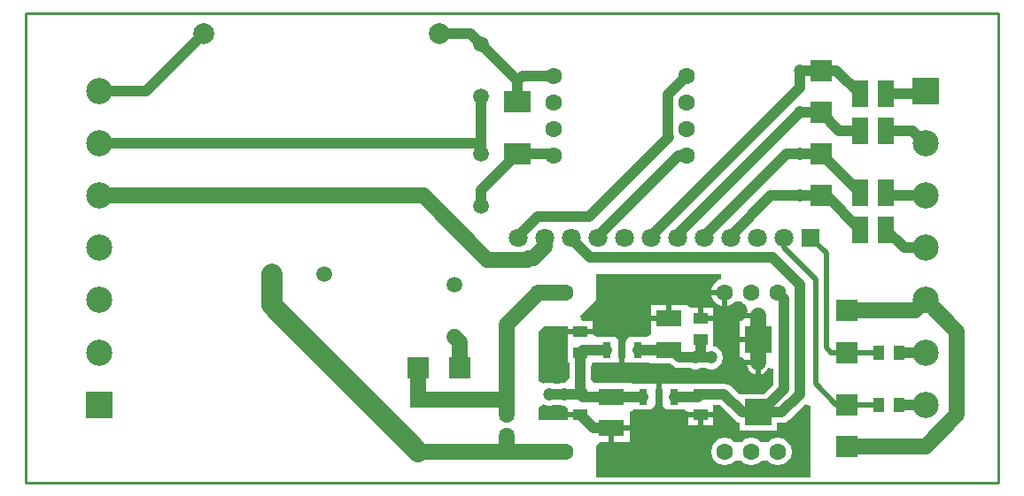
<source format=gbl>
G04 Layer_Physical_Order=2*
G04 Layer_Color=16711680*
%FSLAX42Y42*%
%MOMM*%
G71*
G01*
G75*
%ADD11R,2.00X2.00*%
%ADD13C,2.00*%
%ADD14C,1.00*%
%ADD15C,1.50*%
%ADD16C,0.25*%
%ADD17C,2.00*%
%ADD18C,1.60*%
%ADD19C,1.50*%
%ADD20C,1.80*%
%ADD21R,1.80X1.80*%
%ADD22C,2.50*%
%ADD23R,2.50X2.50*%
%ADD24R,1.50X1.50*%
%ADD25C,1.20*%
%ADD26R,0.80X1.50*%
%ADD27R,1.60X2.50*%
%ADD28R,1.00X1.40*%
%ADD29R,2.00X2.00*%
%ADD30R,2.60X2.50*%
%ADD31R,1.40X1.00*%
%ADD32R,2.40X1.60*%
%ADD33R,2.50X2.00*%
%ADD34C,0.50*%
G36*
X6649Y1950D02*
X6631Y1946D01*
X6588Y1918D01*
X6560Y1875D01*
X6554Y1849D01*
X6682D01*
Y1824D01*
X6707D01*
Y1696D01*
X6733Y1702D01*
X6776Y1730D01*
X6779Y1735D01*
X6839D01*
X6842Y1730D01*
X6885Y1702D01*
X6900Y1648D01*
X6896Y1643D01*
X6893Y1625D01*
X7000D01*
Y1575D01*
X6867D01*
X6847Y1550D01*
X6820D01*
Y1400D01*
X7000D01*
Y1350D01*
X6820D01*
Y1200D01*
X6847D01*
X6867Y1175D01*
X7000D01*
Y1150D01*
X7025D01*
Y1043D01*
X7043Y1046D01*
X7079Y1071D01*
X7098Y1099D01*
X7136Y1095D01*
X7148Y1090D01*
Y942D01*
X7056Y850D01*
X6820D01*
X6820Y850D01*
Y850D01*
X6784Y885D01*
X6747Y922D01*
X6714Y944D01*
X6675Y952D01*
X6450D01*
X6440Y950D01*
X6330D01*
Y950D01*
X6290D01*
Y950D01*
X6075D01*
Y825D01*
Y750D01*
X6090D01*
Y730D01*
X6120Y700D01*
X6290D01*
X6330Y676D01*
Y675D01*
X6450D01*
X6570D01*
Y748D01*
X6633D01*
X6778Y603D01*
X6811Y581D01*
X6820Y579D01*
Y500D01*
X7180D01*
Y573D01*
X7225D01*
X7264Y581D01*
X7297Y603D01*
X7450Y756D01*
X7500Y735D01*
Y450D01*
Y50D01*
X5450D01*
X5450Y353D01*
X5493Y395D01*
X5575D01*
Y525D01*
X5600D01*
Y550D01*
X5770D01*
Y655D01*
X5770D01*
Y676D01*
X5818Y700D01*
X5980D01*
X6010Y730D01*
Y750D01*
X6025D01*
Y825D01*
Y950D01*
X5810D01*
Y950D01*
X5770Y955D01*
Y955D01*
X5762Y955D01*
X5430D01*
X5402Y993D01*
Y1107D01*
X5420Y1150D01*
X5460D01*
Y1150D01*
X5675D01*
Y1275D01*
Y1350D01*
X5660D01*
Y1370D01*
X5630Y1400D01*
X5460D01*
X5420Y1424D01*
Y1425D01*
X5300D01*
X5180D01*
Y1350D01*
X5180D01*
X5180Y1350D01*
X5180Y1300D01*
Y1150D01*
X5198D01*
Y1004D01*
X5150Y962D01*
X5107Y954D01*
X5105Y952D01*
X5045D01*
X5043Y954D01*
X5000Y962D01*
X4957Y954D01*
X4950Y949D01*
X4900Y976D01*
Y1450D01*
X4950Y1500D01*
X5180D01*
Y1475D01*
X5300D01*
X5420D01*
Y1550D01*
X5315D01*
X5296Y1596D01*
X5450Y1750D01*
Y2000D01*
X6644D01*
X6649Y1950D01*
D02*
G37*
G36*
X4957Y746D02*
X5000Y738D01*
X5043Y746D01*
X5045Y748D01*
X5105D01*
X5107Y746D01*
X5150Y738D01*
X5180Y713D01*
Y675D01*
X5300D01*
Y625D01*
X5180D01*
Y600D01*
X4900D01*
Y724D01*
X4949Y751D01*
X4950Y751D01*
X4957Y746D01*
D02*
G37*
%LPC*%
G36*
X6657Y1799D02*
X6554D01*
X6560Y1773D01*
X6588Y1730D01*
X6631Y1702D01*
X6657Y1696D01*
Y1799D01*
D02*
G37*
G36*
X6125Y1705D02*
X5980D01*
Y1600D01*
X6125D01*
Y1705D01*
D02*
G37*
G36*
X6475Y1675D02*
Y1600D01*
X6570D01*
Y1675D01*
X6475D01*
D02*
G37*
G36*
X6320Y1705D02*
X6292Y1705D01*
X6175D01*
Y1575D01*
X6150D01*
Y1550D01*
X5980D01*
Y1455D01*
X5980Y1445D01*
Y1424D01*
X5932Y1400D01*
X5770D01*
X5740Y1370D01*
Y1350D01*
X5725D01*
Y1275D01*
Y1150D01*
X5940D01*
Y1150D01*
X5980Y1145D01*
Y1145D01*
X5988Y1145D01*
X6161D01*
X6178Y1128D01*
X6211Y1106D01*
X6250Y1098D01*
X6355D01*
X6357Y1096D01*
X6400Y1088D01*
X6443Y1096D01*
X6445Y1098D01*
X6505D01*
X6507Y1096D01*
X6550Y1088D01*
X6593Y1096D01*
X6629Y1121D01*
X6654Y1157D01*
X6662Y1200D01*
X6654Y1243D01*
X6629Y1279D01*
X6593Y1304D01*
X6570Y1308D01*
Y1425D01*
X6570Y1475D01*
X6570D01*
Y1475D01*
X6570D01*
Y1550D01*
X6450D01*
Y1575D01*
X6425D01*
Y1675D01*
X6358Y1675D01*
X6320Y1705D01*
D02*
G37*
G36*
X6975Y1125D02*
X6893D01*
X6896Y1107D01*
X6921Y1071D01*
X6957Y1046D01*
X6975Y1043D01*
Y1125D01*
D02*
G37*
G36*
X6570Y625D02*
X6475D01*
Y550D01*
X6570D01*
Y625D01*
D02*
G37*
G36*
X6425D02*
X6330D01*
Y550D01*
X6425D01*
Y625D01*
D02*
G37*
G36*
X5770Y500D02*
X5625D01*
Y395D01*
X5770D01*
Y500D01*
D02*
G37*
G36*
X7190Y433D02*
X7139Y422D01*
X7096Y394D01*
X7093Y389D01*
X7033D01*
X7030Y394D01*
X6987Y422D01*
X6936Y433D01*
X6885Y422D01*
X6842Y394D01*
X6839Y389D01*
X6779D01*
X6776Y394D01*
X6733Y422D01*
X6682Y433D01*
X6631Y422D01*
X6588Y394D01*
X6560Y351D01*
X6549Y300D01*
X6560Y249D01*
X6588Y206D01*
X6631Y178D01*
X6682Y167D01*
X6733Y178D01*
X6776Y206D01*
X6779Y211D01*
X6839D01*
X6842Y206D01*
X6885Y178D01*
X6936Y167D01*
X6987Y178D01*
X7030Y206D01*
X7033Y211D01*
X7093D01*
X7096Y206D01*
X7139Y178D01*
X7190Y167D01*
X7241Y178D01*
X7284Y206D01*
X7312Y249D01*
X7323Y300D01*
X7312Y351D01*
X7284Y394D01*
X7241Y422D01*
X7190Y433D01*
D02*
G37*
%LPD*%
D11*
X3750Y1100D02*
D03*
X4150D02*
D03*
D13*
X2350Y1700D02*
X3750Y300D01*
X2350Y1700D02*
Y2000D01*
D14*
X4250Y4300D02*
X4350Y4200D01*
X3950Y4300D02*
X4250D01*
X1700D02*
Y4350D01*
X1150Y3750D02*
X1700Y4300D01*
X700Y3750D02*
X1150D01*
X4350Y3150D02*
Y3250D01*
X700D02*
X4350D01*
X7250Y900D02*
Y1764D01*
X7025Y675D02*
X7250Y900D01*
X7000Y675D02*
X7025D01*
X5425Y525D02*
X5600D01*
X5300Y650D02*
X5425Y525D01*
X6250Y1200D02*
X6400D01*
X6175Y1275D02*
X6250Y1200D01*
X6150Y1275D02*
X6175D01*
X6450Y1250D02*
Y1375D01*
X6400Y1200D02*
X6450Y1250D01*
X6400Y1200D02*
X6550D01*
X6850Y675D02*
X7000D01*
X6675Y850D02*
X6850Y675D01*
X6450Y850D02*
X6675D01*
X7000Y675D02*
X7225D01*
X7400Y850D01*
Y1900D01*
X7140Y2160D02*
X7400Y1900D01*
X7190Y1824D02*
X7250Y1764D01*
X5000Y850D02*
X5150D01*
X5300D01*
X6200Y825D02*
X6425D01*
X6450Y850D01*
X5850Y1275D02*
X6150D01*
X5325D02*
X5550D01*
X5300Y1250D02*
X5325Y1275D01*
X5300Y850D02*
Y1250D01*
Y850D02*
X5325Y825D01*
X5600D01*
X5900D01*
X5389Y2160D02*
X7140D01*
X5384Y2550D02*
X6146Y3312D01*
X4891Y2550D02*
X5384D01*
X6241Y3138D02*
X6320D01*
X5468Y2365D02*
X6241Y3138D01*
X6140Y3721D02*
X6319Y3900D01*
X6140Y3317D02*
Y3721D01*
Y3317D02*
X6146Y3312D01*
X4706Y2350D02*
Y2365D01*
X4891Y2550D01*
X6319Y3900D02*
X6320D01*
X5468Y2350D02*
Y2365D01*
X5976Y2350D02*
Y2365D01*
X7400Y3789D01*
Y3950D01*
X6230Y2350D02*
Y2380D01*
X7400Y3550D01*
X6484Y2350D02*
Y2365D01*
X7269Y3150D01*
X7400D01*
X6738Y2350D02*
Y2365D01*
X7123Y2750D01*
X7400D01*
X5214Y2335D02*
Y2350D01*
Y2335D02*
X5389Y2160D01*
X8350Y750D02*
X8600D01*
X8350Y1250D02*
X8600D01*
X7400Y2750D02*
X7600D01*
X7400Y3150D02*
X7600D01*
X7400Y3550D02*
X7600D01*
X7400Y3950D02*
X7600D01*
X8400Y2250D02*
X8600D01*
X8225Y2425D02*
X8400Y2250D01*
X8250Y2750D02*
X8600D01*
X8225Y2775D02*
X8250Y2750D01*
X7600D02*
X7650D01*
X7975Y2425D01*
X7600Y3150D02*
X7975Y2775D01*
Y2775D02*
Y2775D01*
X7600Y3550D02*
X7775Y3375D01*
X7975D01*
X7600Y3950D02*
X7750D01*
X7975Y3725D01*
X8225Y3375D02*
X8475D01*
X8600Y3250D01*
X8225Y3725D02*
X8575D01*
X8600Y3750D01*
X5038Y3150D02*
X5050Y3138D01*
X4700Y3150D02*
X5038D01*
X4350Y2800D02*
X4700Y3150D01*
X4350Y2650D02*
Y2800D01*
Y3150D02*
Y3700D01*
X4750Y3900D02*
X5050D01*
X4700Y3850D02*
X4750Y3900D01*
X4700Y3650D02*
Y3850D01*
X4350Y4200D02*
X4700Y3850D01*
D15*
X3800Y2750D02*
X4415Y2135D01*
X700Y2750D02*
X3800D01*
X7000Y1150D02*
Y1600D01*
X4600Y300D02*
X4904D01*
X3750D02*
X4600D01*
X3750Y800D02*
Y1100D01*
X4150D02*
Y1350D01*
X4100Y1400D02*
X4150Y1350D01*
X4904Y1824D02*
X5158D01*
X4795Y2135D02*
X4810Y2150D01*
X4850D01*
X4960Y2260D01*
Y2350D01*
X4904Y300D02*
X5158D01*
X4600D02*
Y450D01*
Y1520D02*
X4904Y1824D01*
X4415Y2135D02*
X4795D01*
X7850Y1650D02*
X8500D01*
X8600Y1750D01*
X8900Y1450D01*
Y650D02*
Y1450D01*
X8600Y350D02*
X8900Y650D01*
X7850Y350D02*
X8600D01*
X3750Y800D02*
X4600D01*
Y1520D01*
Y650D02*
Y800D01*
D16*
X0Y0D02*
X9300D01*
Y4500D01*
X0D02*
X9300D01*
X0Y0D02*
Y4500D01*
D17*
X3950Y4300D02*
D03*
X1700D02*
D03*
D18*
X4904Y300D02*
D03*
X5158D02*
D03*
X7190D02*
D03*
Y1824D02*
D03*
X6682D02*
D03*
Y300D02*
D03*
X5158Y1824D02*
D03*
X4904D02*
D03*
X6936Y300D02*
D03*
Y1824D02*
D03*
X5050Y3900D02*
D03*
Y3646D02*
D03*
Y3392D02*
D03*
Y3138D02*
D03*
X6320D02*
D03*
Y3392D02*
D03*
Y3646D02*
D03*
Y3900D02*
D03*
D19*
X4350Y4200D02*
D03*
Y3700D02*
D03*
Y2650D02*
D03*
Y3150D02*
D03*
X4100Y1900D02*
D03*
Y1400D02*
D03*
X2350Y2000D02*
D03*
X2850D02*
D03*
X3750Y300D02*
D03*
D20*
X5214Y2350D02*
D03*
X4960D02*
D03*
X4706D02*
D03*
X5976D02*
D03*
X5722D02*
D03*
X5468D02*
D03*
X6230D02*
D03*
X6484D02*
D03*
X6738D02*
D03*
X6992D02*
D03*
X7246D02*
D03*
D21*
X7500D02*
D03*
D22*
X8600Y750D02*
D03*
Y1250D02*
D03*
Y1750D02*
D03*
Y2250D02*
D03*
Y3250D02*
D03*
Y2750D02*
D03*
X700Y3750D02*
D03*
Y3250D02*
D03*
Y2750D02*
D03*
Y2250D02*
D03*
Y1250D02*
D03*
Y1750D02*
D03*
D23*
X8600Y3750D02*
D03*
X700Y750D02*
D03*
D24*
X3750Y800D02*
D03*
D25*
X6550Y1200D02*
D03*
X6400D02*
D03*
X7000Y1150D02*
D03*
Y1600D02*
D03*
X5000Y850D02*
D03*
X5150D02*
D03*
X7400Y2750D02*
D03*
Y3150D02*
D03*
Y3550D02*
D03*
Y3950D02*
D03*
D26*
X5700Y1275D02*
D03*
X5550D02*
D03*
X5850D02*
D03*
X6050Y825D02*
D03*
X6200D02*
D03*
X5900D02*
D03*
D27*
X7975Y2425D02*
D03*
X8225D02*
D03*
Y2775D02*
D03*
X7975D02*
D03*
Y3375D02*
D03*
X8225D02*
D03*
Y3725D02*
D03*
X7975D02*
D03*
D28*
X8150Y750D02*
D03*
X8350D02*
D03*
X8150Y1250D02*
D03*
X8350D02*
D03*
D29*
X7850Y1650D02*
D03*
Y1250D02*
D03*
Y350D02*
D03*
Y750D02*
D03*
X7600Y3150D02*
D03*
Y2750D02*
D03*
Y3950D02*
D03*
Y3550D02*
D03*
D30*
X7000Y1375D02*
D03*
Y675D02*
D03*
D31*
X5300Y1450D02*
D03*
Y1250D02*
D03*
X6450Y850D02*
D03*
Y650D02*
D03*
X5300Y850D02*
D03*
Y650D02*
D03*
X6450Y1575D02*
D03*
Y1375D02*
D03*
X4600Y650D02*
D03*
Y450D02*
D03*
D32*
X5600Y825D02*
D03*
Y525D02*
D03*
X6150Y1575D02*
D03*
Y1275D02*
D03*
D33*
X4700Y3150D02*
D03*
Y3650D02*
D03*
D34*
X7550Y950D02*
Y1950D01*
X7246Y2254D02*
X7550Y1950D01*
X7246Y2254D02*
Y2350D01*
X7650Y1300D02*
Y2200D01*
X7500Y2350D02*
X7650Y2200D01*
X7750Y750D02*
X7850D01*
X7650Y1300D02*
X7700Y1250D01*
X7850D01*
X8150D01*
X7850Y750D02*
X8150D01*
X7550Y950D02*
X7750Y750D01*
M02*

</source>
